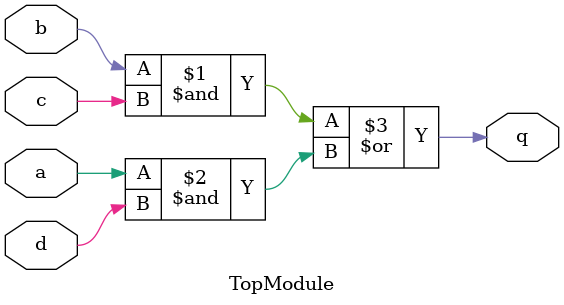
<source format=sv>
module TopModule(
    input logic a,
    input logic b,
    input logic c,
    input logic d,
    output logic q
);
    assign q = (b & c) | (a & d);
endmodule
</source>
